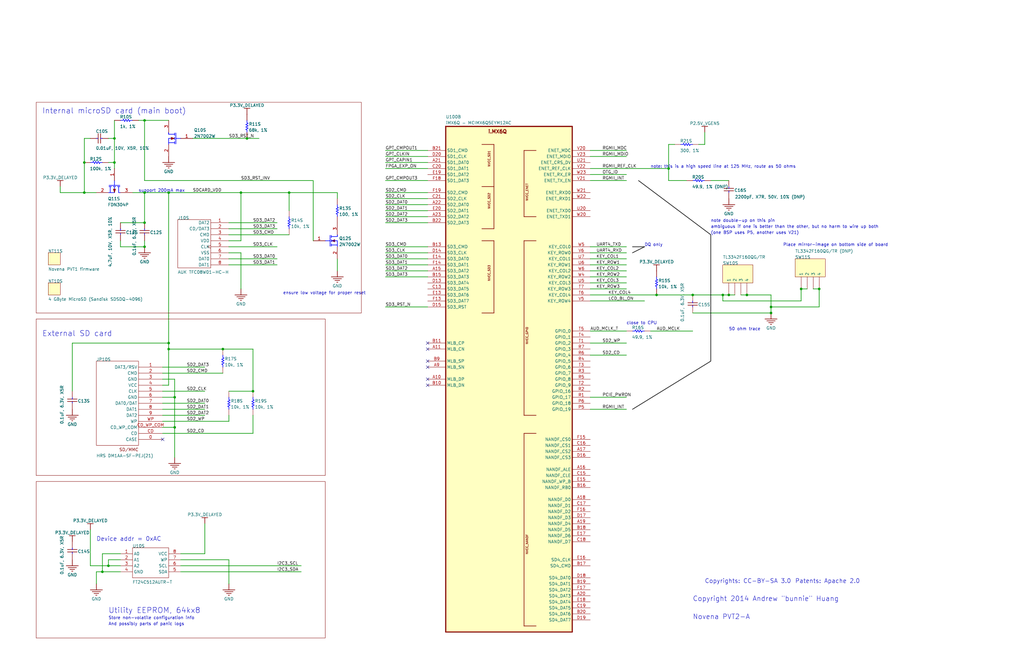
<source format=kicad_sch>
(kicad_sch (version 20230121) (generator eeschema)
  (paper "B")
  (junction (at 121.92 81.28))
  (junction (at 337.82 121.92))
  (junction (at 304.8 124.46))
  (junction (at 292.1 124.46))
  (junction (at 71.12 147.32))
  (junction (at 60.96 93.98))
  (junction (at 48.26 58.42))
  (junction (at 73.66 167.64))
  (junction (at 307.34 124.46))
  (junction (at 45.72 238.76))
  (junction (at 345.44 121.92))
  (junction (at 48.26 68.58))
  (junction (at 276.86 124.46))
  (junction (at 43.18 241.3))
  (junction (at 314.96 124.46))
  (junction (at 60.96 50.8))
  (junction (at 325.12 129.54))
  (junction (at 101.6 81.28))
  (junction (at 73.66 180.34))
  (junction (at 93.98 147.32))
  (junction (at 281.94 71.12))
  (junction (at 60.96 81.28))
  (junction (at 71.12 144.78))
  (junction (at 35.56 68.58))
  (junction (at 325.12 132.08))
  (junction (at 106.68 165.1))
  (junction (at 60.96 104.14))
  (junction (at 104.14 58.42))
  (junction (at 35.56 81.28))
  (junction (at 71.12 81.28))
  (no_connect (at 180.34 160.02))
  (no_connect (at 180.34 144.78))
  (no_connect (at 180.34 162.56))
  (no_connect (at 180.34 154.94))
  (no_connect (at 180.34 147.32))
  (no_connect (at 68.58 185.42))
  (no_connect (at 180.34 152.4))
  (wire (pts (xy 121.92 88.9) (xy 121.92 81.28)) (stroke (width 0.254)))
  (wire (pts (xy 180.34 88.9) (xy 162.56 88.9)) (stroke (width 0.254)))
  (wire (pts (xy 68.58 170.18) (xy 86.36 170.18)) (stroke (width 0.254)))
  (wire (pts (xy 180.34 81.28) (xy 162.56 81.28)) (stroke (width 0.254)))
  (wire (pts (xy 50.8 238.76) (xy 45.72 238.76)) (stroke (width 0.254)))
  (wire (pts (xy 248.92 106.68) (xy 264.16 106.68)) (stroke (width 0.254)))
  (wire (pts (xy 73.66 180.34) (xy 73.66 193.04)) (stroke (width 0.254)))
  (wire (pts (xy 68.58 177.8) (xy 96.52 177.8)) (stroke (width 0.254)))
  (wire (pts (xy 96.52 177.8) (xy 96.52 175.26)) (stroke (width 0.254)))
  (wire (pts (xy 106.68 182.88) (xy 106.68 175.26)) (stroke (width 0.254)))
  (wire (pts (xy 180.34 106.68) (xy 162.56 106.68)) (stroke (width 0.254)))
  (wire (pts (xy 71.12 147.32) (xy 93.98 147.32)) (stroke (width 0.254)))
  (wire (pts (xy 71.12 162.56) (xy 71.12 147.32)) (stroke (width 0.254)))
  (wire (pts (xy 180.34 109.22) (xy 162.56 109.22)) (stroke (width 0.254)))
  (wire (pts (xy 180.34 129.54) (xy 162.56 129.54)) (stroke (width 0.254)))
  (wire (pts (xy 248.92 116.84) (xy 264.16 116.84)) (stroke (width 0.254)))
  (wire (pts (xy 248.92 127) (xy 271.78 127)) (stroke (width 0.254)))
  (wire (pts (xy 30.48 144.78) (xy 71.12 144.78)) (stroke (width 0.254)))
  (wire (pts (xy 180.34 86.36) (xy 162.56 86.36)) (stroke (width 0.254)))
  (wire (pts (xy 142.24 81.28) (xy 121.92 81.28)) (stroke (width 0.254)))
  (wire (pts (xy 297.18 55.88) (xy 297.18 60.96)) (stroke (width 0.254)))
  (wire (pts (xy 96.52 106.68) (xy 101.6 106.68)) (stroke (width 0.254)))
  (wire (pts (xy 35.56 58.42) (xy 38.1 58.42)) (stroke (width 0.254)))
  (wire (pts (xy 101.6 101.6) (xy 101.6 81.28)) (stroke (width 0.254)))
  (wire (pts (xy 101.6 81.28) (xy 71.12 81.28)) (stroke (width 0.254)))
  (wire (pts (xy 325.12 132.08) (xy 292.1 132.08)) (stroke (width 0.254)))
  (wire (pts (xy 299.72 76.2) (xy 307.34 76.2)) (stroke (width 0.254)))
  (wire (pts (xy 93.98 157.48) (xy 68.58 157.48)) (stroke (width 0.254)))
  (wire (pts (xy 276.86 124.46) (xy 248.92 124.46)) (stroke (width 0.254)))
  (wire (pts (xy 86.36 233.68) (xy 86.36 220.98)) (stroke (width 0.254)))
  (wire (pts (xy 81.28 58.42) (xy 104.14 58.42)) (stroke (width 0.254)))
  (wire (pts (xy 142.24 83.82) (xy 142.24 81.28)) (stroke (width 0.254)))
  (wire (pts (xy 25.4 81.28) (xy 25.4 78.74)) (stroke (width 0.254)))
  (wire (pts (xy 180.34 111.76) (xy 162.56 111.76)) (stroke (width 0.254)))
  (wire (pts (xy 76.2 233.68) (xy 86.36 233.68)) (stroke (width 0.254)))
  (wire (pts (xy 180.34 116.84) (xy 162.56 116.84)) (stroke (width 0.254)))
  (wire (pts (xy 60.96 50.8) (xy 71.12 50.8)) (stroke (width 0.254)))
  (wire (pts (xy 60.96 81.28) (xy 60.96 93.98)) (stroke (width 0.254)))
  (wire (pts (xy 96.52 109.22) (xy 116.84 109.22)) (stroke (width 0.254)))
  (wire (pts (xy 180.34 114.3) (xy 162.56 114.3)) (stroke (width 0.254)))
  (wire (pts (xy 60.96 104.14) (xy 60.96 101.6)) (stroke (width 0.254)))
  (wire (pts (xy 304.8 124.46) (xy 292.1 124.46)) (stroke (width 0.254)))
  (wire (pts (xy 180.34 91.44) (xy 162.56 91.44)) (stroke (width 0.254)))
  (wire (pts (xy 96.52 96.52) (xy 116.84 96.52)) (stroke (width 0.254)))
  (wire (pts (xy 281.94 76.2) (xy 289.56 76.2)) (stroke (width 0.254)))
  (wire (pts (xy 345.44 121.92) (xy 345.44 129.54)) (stroke (width 0.254)))
  (wire (pts (xy 35.56 68.58) (xy 35.56 81.28)) (stroke (width 0.254)))
  (wire (pts (xy 50.8 101.6) (xy 50.8 104.14)) (stroke (width 0.254)))
  (wire (pts (xy 60.96 50.8) (xy 60.96 76.2)) (stroke (width 0.254)))
  (wire (pts (xy 40.64 81.28) (xy 35.56 81.28)) (stroke (width 0.254)))
  (wire (pts (xy 162.56 76.2) (xy 180.34 76.2)) (stroke (width 0.254)))
  (wire (pts (xy 48.26 68.58) (xy 45.72 68.58)) (stroke (width 0.254)))
  (wire (pts (xy 248.92 114.3) (xy 264.16 114.3)) (stroke (width 0.254)))
  (wire (pts (xy 58.42 50.8) (xy 60.96 50.8)) (stroke (width 0.254)))
  (wire (pts (xy 304.8 124.46) (xy 304.8 127)) (stroke (width 0.254)))
  (wire (pts (xy 96.52 101.6) (xy 101.6 101.6)) (stroke (width 0.254)))
  (wire (pts (xy 248.92 149.86) (xy 264.16 149.86)) (stroke (width 0.254)))
  (wire (pts (xy 121.92 99.06) (xy 96.52 99.06)) (stroke (width 0.254)))
  (wire (pts (xy 325.12 124.46) (xy 314.96 124.46)) (stroke (width 0.254)))
  (wire (pts (xy 248.92 66.04) (xy 264.16 66.04)) (stroke (width 0.254)))
  (wire (pts (xy 73.66 167.64) (xy 73.66 180.34)) (stroke (width 0.254)))
  (wire (pts (xy 297.18 60.96) (xy 294.64 60.96)) (stroke (width 0.254)))
  (wire (pts (xy 45.72 238.76) (xy 38.1 238.76)) (stroke (width 0.254)))
  (wire (pts (xy 248.92 104.14) (xy 264.16 104.14)) (stroke (width 0.254)))
  (wire (pts (xy 93.98 147.32) (xy 106.68 147.32)) (stroke (width 0.254)))
  (wire (pts (xy 314.96 124.46) (xy 312.42 124.46)) (stroke (width 0.254)))
  (wire (pts (xy 76.2 241.3) (xy 127 241.3)) (stroke (width 0.254)))
  (wire (pts (xy 35.56 81.28) (xy 25.4 81.28)) (stroke (width 0.254)))
  (wire (pts (xy 60.96 93.98) (xy 50.8 93.98)) (stroke (width 0.254)))
  (wire (pts (xy 30.48 165.1) (xy 30.48 144.78)) (stroke (width 0.254)))
  (wire (pts (xy 60.96 76.2) (xy 132.08 76.2)) (stroke (width 0.254)))
  (wire (pts (xy 45.72 58.42) (xy 48.26 58.42)) (stroke (width 0.254)))
  (wire (pts (xy 248.92 71.12) (xy 281.94 71.12)) (stroke (width 0.254)))
  (wire (pts (xy 43.18 241.3) (xy 43.18 233.68)) (stroke (width 0.254)))
  (wire (pts (xy 180.34 71.12) (xy 162.56 71.12)) (stroke (width 0.254)))
  (wire (pts (xy 142.24 114.3) (xy 142.24 109.22)) (stroke (width 0.254)))
  (wire (pts (xy 248.92 139.7) (xy 264.16 139.7)) (stroke (width 0.254)))
  (wire (pts (xy 180.34 63.5) (xy 162.56 63.5)) (stroke (width 0.254)))
  (wire (pts (xy 106.68 165.1) (xy 96.52 165.1)) (stroke (width 0.254)))
  (wire (pts (xy 35.56 68.58) (xy 35.56 58.42)) (stroke (width 0.254)))
  (wire (pts (xy 309.88 124.46) (xy 307.34 124.46)) (stroke (width 0.254)))
  (wire (pts (xy 180.34 66.04) (xy 162.56 66.04)) (stroke (width 0.254)))
  (wire (pts (xy 38.1 238.76) (xy 38.1 223.52)) (stroke (width 0.254)))
  (wire (pts (xy 342.9 121.92) (xy 345.44 121.92)) (stroke (width 0.254)))
  (wire (pts (xy 68.58 180.34) (xy 73.66 180.34)) (stroke (width 0.254)))
  (wire (pts (xy 180.34 83.82) (xy 162.56 83.82)) (stroke (width 0.254)))
  (wire (pts (xy 101.6 106.68) (xy 101.6 121.92)) (stroke (width 0.254)))
  (wire (pts (xy 76.2 236.22) (xy 96.52 236.22)) (stroke (width 0.254)))
  (wire (pts (xy 50.8 104.14) (xy 60.96 104.14)) (stroke (width 0.254)))
  (wire (pts (xy 337.82 127) (xy 337.82 121.92)) (stroke (width 0.254)))
  (wire (pts (xy 248.92 111.76) (xy 264.16 111.76)) (stroke (width 0.254)))
  (wire (pts (xy 71.12 144.78) (xy 71.12 81.28)) (stroke (width 0.254)))
  (wire (pts (xy 345.44 129.54) (xy 325.12 129.54)) (stroke (width 0.254)))
  (wire (pts (xy 45.72 236.22) (xy 45.72 238.76)) (stroke (width 0.254)))
  (wire (pts (xy 325.12 129.54) (xy 325.12 124.46)) (stroke (width 0.254)))
  (wire (pts (xy 132.08 76.2) (xy 132.08 101.6)) (stroke (width 0.254)))
  (wire (pts (xy 325.12 132.08) (xy 325.12 129.54)) (stroke (width 0.254)))
  (wire (pts (xy 248.92 121.92) (xy 264.16 121.92)) (stroke (width 0.254)))
  (wire (pts (xy 304.8 127) (xy 337.82 127)) (stroke (width 0.254)))
  (wire (pts (xy 106.68 147.32) (xy 106.68 165.1)) (stroke (width 0.254)))
  (wire (pts (xy 48.26 58.42) (xy 48.26 50.8)) (stroke (width 0.254)))
  (wire (pts (xy 68.58 160.02) (xy 73.66 160.02)) (stroke (width 0.254)))
  (wire (pts (xy 50.8 236.22) (xy 45.72 236.22)) (stroke (width 0.254)))
  (wire (pts (xy 248.92 167.64) (xy 264.16 167.64)) (stroke (width 0.254)))
  (wire (pts (xy 180.34 104.14) (xy 162.56 104.14)) (stroke (width 0.254)))
  (wire (pts (xy 104.14 58.42) (xy 109.22 58.42)) (stroke (width 0.254)))
  (wire (pts (xy 40.64 246.38) (xy 40.64 241.3)) (stroke (width 0.254)))
  (wire (pts (xy 180.34 68.58) (xy 162.56 68.58)) (stroke (width 0.254)))
  (wire (pts (xy 337.82 121.92) (xy 340.36 121.92)) (stroke (width 0.254)))
  (wire (pts (xy 43.18 233.68) (xy 50.8 233.68)) (stroke (width 0.254)))
  (wire (pts (xy 48.26 68.58) (xy 48.26 58.42)) (stroke (width 0.254)))
  (wire (pts (xy 43.18 241.3) (xy 50.8 241.3)) (stroke (width 0.254)))
  (wire (pts (xy 96.52 93.98) (xy 116.84 93.98)) (stroke (width 0.254)))
  (wire (pts (xy 248.92 144.78) (xy 264.16 144.78)) (stroke (width 0.254)))
  (wire (pts (xy 68.58 175.26) (xy 86.36 175.26)) (stroke (width 0.254)))
  (wire (pts (xy 180.34 93.98) (xy 162.56 93.98)) (stroke (width 0.254)))
  (wire (pts (xy 40.64 241.3) (xy 43.18 241.3)) (stroke (width 0.254)))
  (wire (pts (xy 248.92 76.2) (xy 264.16 76.2)) (stroke (width 0.254)))
  (wire (pts (xy 55.88 81.28) (xy 60.96 81.28)) (stroke (width 0.254)))
  (wire (pts (xy 76.2 238.76) (xy 127 238.76)) (stroke (width 0.254)))
  (wire (pts (xy 121.92 81.28) (xy 101.6 81.28)) (stroke (width 0.254)))
  (wire (pts (xy 281.94 71.12) (xy 281.94 60.96)) (stroke (width 0.254)))
  (wire (pts (xy 248.92 109.22) (xy 264.16 109.22)) (stroke (width 0.254)))
  (wire (pts (xy 96.52 111.76) (xy 116.84 111.76)) (stroke (width 0.254)))
  (wire (pts (xy 68.58 165.1) (xy 86.36 165.1)) (stroke (width 0.254)))
  (wire (pts (xy 248.92 172.72) (xy 264.16 172.72)) (stroke (width 0.254)))
  (wire (pts (xy 248.92 73.66) (xy 264.16 73.66)) (stroke (width 0.254)))
  (wire (pts (xy 307.34 124.46) (xy 304.8 124.46)) (stroke (width 0.254)))
  (wire (pts (xy 281.94 60.96) (xy 284.48 60.96)) (stroke (width 0.254)))
  (wire (pts (xy 68.58 162.56) (xy 71.12 162.56)) (stroke (width 0.254)))
  (wire (pts (xy 71.12 147.32) (xy 71.12 144.78)) (stroke (width 0.254)))
  (wire (pts (xy 281.94 71.12) (xy 281.94 76.2)) (stroke (width 0.254)))
  (wire (pts (xy 68.58 172.72) (xy 86.36 172.72)) (stroke (width 0.254)))
  (wire (pts (xy 292.1 124.46) (xy 276.86 124.46)) (stroke (width 0.254)))
  (wire (pts (xy 71.12 81.28) (xy 60.96 81.28)) (stroke (width 0.254)))
  (wire (pts (xy 68.58 182.88) (xy 106.68 182.88)) (stroke (width 0.254)))
  (wire (pts (xy 48.26 71.12) (xy 48.26 68.58)) (stroke (width 0.254)))
  (wire (pts (xy 96.52 104.14) (xy 116.84 104.14)) (stroke (width 0.254)))
  (wire (pts (xy 68.58 154.94) (xy 86.36 154.94)) (stroke (width 0.254)))
  (wire (pts (xy 248.92 63.5) (xy 264.16 63.5)) (stroke (width 0.254)))
  (wire (pts (xy 274.32 139.7) (xy 292.1 139.7)) (stroke (width 0.254)))
  (wire (pts (xy 73.66 167.64) (xy 68.58 167.64)) (stroke (width 0.254)))
  (wire (pts (xy 73.66 160.02) (xy 73.66 167.64)) (stroke (width 0.254)))
  (wire (pts (xy 96.52 236.22) (xy 96.52 246.38)) (stroke (width 0.254)))
  (wire (pts (xy 248.92 119.38) (xy 264.16 119.38)) (stroke (width 0.254)))
  (rectangle (start 137.16 134.62) (end 15.24 200.66) (stroke (width 0) (color 128 0 0 1)))
  (rectangle (start 152.4 43.18) (end 15.24 132.08) (stroke (width 0) (color 128 0 0 1)))
  (polyline (pts (xy 271.78 104.14) (xy 266.7 104.14)) (stroke (width 0.254) (type solid) (color 0 0 0 1)))
  (polyline (pts (xy 269.24 76.2) (xy 299.72 99.06) (xy 299.72 152.4) (xy 266.7 172.72)) (stroke (width 0.254) (type solid) (color 0 0 0 1)))
  (rectangle (start 137.16 203.2) (end 15.24 269.24) (stroke (width 0) (color 128 0 0 1)))
  (polyline (pts (xy 271.78 104.14) (xy 266.7 106.68)) (stroke (width 0.254) (type solid) (color 0 0 0 1)))
  (text "note double-up on this pin" (at 299.72 93.98 0) (effects (font (size 1.27 1.27)) (justify left bottom)))
  (text "support 200mA max" (at 58.42 81.28 0) (effects (font (size 1.27 1.27)) (justify left bottom)))
  (text "Patents: Apache 2.0" (at 335.28 246.38 0) (effects (font (size 1.778 1.778)) (justify left bottom)))
  (text "And possibly parts of panic logs" (at 45.72 264.16 0) (effects (font (size 1.27 1.27)) (justify left bottom)))
  (text "Copyrights: CC-BY-SA 3.0" (at 297.18 246.38 0) (effects (font (size 1.778 1.778)) (justify left bottom)))
  (text "ambiguous if one is better than the other, but no harm to wire up both" (at 299.72 96.52 0) (effects (font (size 1.27 1.27)) (justify left bottom)))
  (text "Copyright 2014 Andrew \"bunnie\" Huang" (at 292.1 254 0) (effects (font (size 2.032 2.032)) (justify left bottom)))
  (text "External SD card" (at 17.78 142.24 0) (effects (font (size 2.286 2.286)) (justify left bottom)))
  (text "(one BSP uses P5, another uses V21)" (at 299.72 99.06 0) (effects (font (size 1.27 1.27)) (justify left bottom)))
  (text "Store non-volatile configuration info" (at 45.72 261.62 0) (effects (font (size 1.27 1.27)) (justify left bottom)))
  (text "close to CPU" (at 264.16 137.16 0) (effects (font (size 1.27 1.27)) (justify left bottom)))
  (text "Novena PVT2-A" (at 292.1 261.62 0) (effects (font (size 2.032 2.032)) (justify left bottom)))
  (text "50 ohm trace" (at 307.34 139.7 0) (effects (font (size 1.27 1.27)) (justify left bottom)))
  (text "Internal microSD card (main boot)" (at 17.78 48.26 0) (effects (font (size 2.286 2.286)) (justify left bottom)))
  (text "ensure low voltage for proper reset" (at 119.38 124.46 0) (effects (font (size 1.27 1.27)) (justify left bottom)))
  (text "Device addr = 0xAC" (at 40.64 228.6 0) (effects (font (size 1.778 1.778)) (justify left bottom)))
  (text "DQ only" (at 271.78 104.14 0) (effects (font (size 1.27 1.27)) (justify left bottom)))
  (text "Place mirror-image on bottom side of board" (at 330.2 104.14 0) (effects (font (size 1.27 1.27)) (justify left bottom)))
  (text "Utility EEPROM, 64kx8" (at 45.72 259.08 0) (effects (font (size 2.286 2.286)) (justify left bottom)))
  (text "note: this is a high speed line at 125 MHz, route as 50 ohms" (at 274.32 71.12 0) (effects (font (size 1.27 1.27)) (justify left bottom)))
  (label "GPT_CAPIN1" (at 162.56 68.58 0))
  (label "LCD_BL_ON" (at 256.54 127 0))
  (label "SD3_DAT0" (at 162.56 109.22 0))
  (label "AUD_MCLK" (at 276.86 139.7 0))
  (label "SD3_RST_N" (at 96.52 58.42 0))
  (label "GPT_CMPOUT1" (at 162.56 63.5 0))
  (label "SD3_DAT3" (at 106.68 96.52 0))
  (label "SD2_CD" (at 78.74 182.88 0))
  (label "SD3_RST_N" (at 162.56 129.54 0))
  (label "KEY_ROW3" (at 251.46 121.92 0))
  (label "OTG_ID" (at 254 73.66 0))
  (label "SD2_DAT1" (at 78.74 172.72 0))
  (label "RGMII_INT" (at 254 172.72 0))
  (label "SD2_DAT1" (at 162.56 88.9 0))
  (label "SD3_DAT1" (at 106.68 111.76 0))
  (label "KEY_COL4" (at 256.54 124.46 0))
  (label "GPT_CLKIN" (at 162.56 66.04 0))
  (label "FPGA_EXP_ON" (at 162.56 71.12 0))
  (label "AUD_MCLK_T" (at 248.92 139.7 0))
  (label "KEY_COL2" (at 251.46 114.3 0))
  (label "KEY_COL3" (at 251.46 119.38 0))
  (label "SD2_CLK" (at 162.56 83.82 0))
  (label "SD2_CMD" (at 162.56 81.28 0))
  (label "SD2_DAT2" (at 162.56 91.44 0))
  (label "SD3_CLK" (at 106.68 104.14 0))
  (label "SD2_DAT2" (at 78.74 175.26 0))
  (label "SD2_CMD" (at 78.74 157.48 0))
  (label "SD3_RST_INV" (at 101.6 76.2 0))
  (label "SD3_CMD" (at 162.56 104.14 0))
  (label "SD3_DAT3" (at 162.56 116.84 0))
  (label "SD2_DAT0" (at 162.56 86.36 0))
  (label "SD2_DAT3" (at 162.56 93.98 0))
  (label "SD2_WP" (at 78.74 177.8 0))
  (label "SDCARD_VDD" (at 81.28 81.28 0))
  (label "SD2_WP" (at 254 144.78 0))
  (label "SD3_DAT0" (at 106.68 109.22 0))
  (label "SD2_DAT3" (at 78.74 154.94 0))
  (label "RGMII_MDC" (at 254 63.5 0))
  (label "I2C3_SCL" (at 116.84 238.76 0))
  (label "RGMII_REF_CLK" (at 254 71.12 0))
  (label "SD2_DAT0" (at 78.74 170.18 0))
  (label "RGMII_INT" (at 254 76.2 0))
  (label "UART4_RXD" (at 251.46 106.68 0))
  (label "KEY_ROW1" (at 251.46 111.76 0))
  (label "GPT_CMPOUT3" (at 162.56 76.2 0))
  (label "UART4_TXD" (at 251.46 104.14 0))
  (label "PCIE_PWRON" (at 254 167.64 0))
  (label "SD3_DAT1" (at 162.56 111.76 0))
  (label "I2C3_SDA" (at 116.84 241.3 0))
  (label "SD3_CMD" (at 106.68 99.06 0))
  (label "KEY_ROW2" (at 251.46 116.84 0))
  (label "SD3_DAT2" (at 106.68 93.98 0))
  (label "SD2_CLK" (at 78.74 165.1 0))
  (label "KEY_COL1" (at 251.46 109.22 0))
  (label "SD2_CD" (at 254 149.86 0))
  (label "RGMII_MDIO" (at 254 66.04 0))
  (label "SD3_DAT2" (at 162.56 114.3 0))
  (label "SD3_CLK" (at 162.56 106.68 0))
  (symbol (lib_id "novena_pvt2_KiCAD-altium-import:GND") (at 30.48 236.22 0) (unit 1)
    (property "Reference" "#PWR?" (effects hide))
    (property "Value" "GND" (at 30.48 242.57 0))
  )
  (symbol (lib_id "novena_pvt2_KiCAD-altium-import:07sdcard_3_Res1") (at 124.46 91.44 0) (unit 1)
    (property "Reference" "R14S" (at 122.682 93.726 0) (effects (justify left bottom)))
    (property "Value" "10k, 1%" (at 122.682 96.266 0) (effects (justify left bottom)))
    (property "Footprint" "RESC1005N" (effects hide))
    (property "PUBLISHED" "8-Jun-2000" (effects hide))
    (property "LATESTREVISIONDATE" "17-Jul-2002" (effects hide))
    (property "LATESTREVISIONNOTE" "Re-released for DXP Platform." (effects hide))
    (property "PACKAGEREFERENCE" "AXIAL-0.3" (effects hide))
    (property "PUBLISHER" "Altium Limited" (effects hide))
    (property "ALTIUM_VALUE" "100k" (effects hide))
  )
  (symbol (lib_id "novena_pvt2_KiCAD-altium-import:07sdcard_3_Cap Semi") (at 33.02 231.14 0) (unit 1)
    (property "Reference" "C14S" (at 32.766 233.426 0) (effects (justify left bottom)))
    (property "Value" "0.1uF, 6.3V, X5R" (at 25.4 226.06 90) (effects (justify right top)))
    (property "Footprint" "CAPC0603N_B" (effects hide))
    (property "PUBLISHED" "8-Jun-2000" (effects hide))
    (property "LATESTREVISIONDATE" "17-Jul-2002" (effects hide))
    (property "LATESTREVISIONNOTE" "Re-released for DXP Platform." (effects hide))
    (property "PACKAGEREFERENCE" "C1206" (effects hide))
    (property "PUBLISHER" "Altium Limited" (effects hide))
  )
  (symbol (lib_id "novena_pvt2_KiCAD-altium-import:07sdcard_3_MOSFET-P") (at 50.8 76.2 0) (unit 1)
    (property "Reference" "Q11S" (at 45.466 84.582 0) (effects (justify left bottom)))
    (property "Value" "FDN304P" (at 45.466 87.122 0) (effects (justify left bottom)))
    (property "Footprint" "SOT23-3N" (effects hide))
    (property "PUBLISHED" "8-Jun-2000" (effects hide))
    (property "LATESTREVISIONDATE" "17-Jul-2002" (effects hide))
    (property "LATESTREVISIONNOTE" "Re-released for DXP Platform." (effects hide))
    (property "PACKAGEVERSION" "1995/1996" (effects hide))
    (property "PACKAGEREFERENCE" "E3" (effects hide))
    (property "PUBLISHER" "Altium Limited" (effects hide))
    (property "PACKAGEDESCRIPTION" "TO, Flat Index; 3 In-Line, Axial Leads; Body Dia. 4.6mm; Lead Dia. 0.5 mm (max)" (effects hide))
  )
  (symbol (lib_id "novena_pvt2_KiCAD-altium-import:07sdcard_3_Res1") (at 99.06 167.64 0) (unit 1)
    (property "Reference" "R18S" (at 97.282 169.926 0) (effects (justify left bottom)))
    (property "Value" "10k, 1%" (at 97.282 172.466 0) (effects (justify left bottom)))
    (property "Footprint" "RESC1005N" (effects hide))
    (property "PUBLISHED" "8-Jun-2000" (effects hide))
    (property "LATESTREVISIONDATE" "17-Jul-2002" (effects hide))
    (property "LATESTREVISIONNOTE" "Re-released for DXP Platform." (effects hide))
    (property "PACKAGEREFERENCE" "AXIAL-0.3" (effects hide))
    (property "PUBLISHER" "Altium Limited" (effects hide))
    (property "ALTIUM_VALUE" "100k" (effects hide))
  )
  (symbol (lib_id "novena_pvt2_KiCAD-altium-import:07sdcard_1_Header 4") (at 335.28 116.84 0) (unit 1)
    (property "Reference" "SW11S" (at 335.28 109.22 0) (effects (justify left bottom)))
    (property "Value" "TL3342F160QG/TR (DNP)" (at 335.28 106.68 0) (effects (justify left bottom)))
    (property "LATESTREVISIONDATE" "17-Jul-2002" (effects hide))
    (property "LATESTREVISIONNOTE" "Re-released for DXP Platform." (effects hide))
    (property "PUBLISHER" "Altium Limited" (effects hide))
  )
  (symbol (lib_id "novena_pvt2_KiCAD-altium-import:GND") (at 30.48 172.72 0) (unit 1)
    (property "Reference" "#PWR?" (effects hide))
    (property "Value" "GND" (at 30.48 179.07 0))
  )
  (symbol (lib_id "novena_pvt2_KiCAD-altium-import:07sdcard_3_Cap Semi") (at 33.02 167.64 0) (unit 1)
    (property "Reference" "C13S" (at 32.766 169.926 0) (effects (justify left bottom)))
    (property "Value" "0.1uF, 6.3V, X5R" (at 25.4 162.56 90) (effects (justify right top)))
    (property "Footprint" "CAPC0603N_B" (effects hide))
    (property "PUBLISHED" "8-Jun-2000" (effects hide))
    (property "LATESTREVISIONDATE" "17-Jul-2002" (effects hide))
    (property "LATESTREVISIONNOTE" "Re-released for DXP Platform." (effects hide))
    (property "PACKAGEREFERENCE" "C1206" (effects hide))
    (property "PUBLISHER" "Altium Limited" (effects hide))
  )
  (symbol (lib_id "novena_pvt2_KiCAD-altium-import:07sdcard_0_PCIMX6Q6VV1A") (at 187.96 53.34 0) (unit 2)
    (property "Reference" "U100" (at 187.96 50.038 0) (effects (justify left bottom)))
    (property "Value" "iMX6Q - MCIMX6Q5EYM12AC" (at 187.96 52.578 0) (effects (justify left bottom)))
    (property "AGILE_PN" "TMP-WF-14526" (effects hide))
    (property "MFG_NAME01" "Freescale Semiconductor" (effects hide))
    (property "MFG_PN01" "PCIMX6Q6VV1A" (effects hide))
    (property "ROHS" "Yes" (effects hide))
    (property "PRE_APN" "344-01218" (effects hide))
    (property "HEIGHT" "2.16MM" (effects hide))
  )
  (symbol (lib_id "novena_pvt2_KiCAD-altium-import:07sdcard_2_Cap Semi") (at 43.18 60.96 0) (unit 1)
    (property "Reference" "C10S" (at 40.386 56.134 0) (effects (justify left bottom)))
    (property "Value" "0.01uF, 10V, X5R, 10%" (at 40.386 63.246 0) (effects (justify left bottom)))
    (property "Footprint" "CAPC0603N_B" (effects hide))
    (property "PUBLISHED" "8-Jun-2000" (effects hide))
    (property "LATESTREVISIONDATE" "17-Jul-2002" (effects hide))
    (property "LATESTREVISIONNOTE" "Re-released for DXP Platform." (effects hide))
    (property "PACKAGEREFERENCE" "C1206" (effects hide))
    (property "PUBLISHER" "Altium Limited" (effects hide))
  )
  (symbol (lib_id "novena_pvt2_KiCAD-altium-import:07sdcard_0_Res1") (at 287.02 58.42 0) (unit 1)
    (property "Reference" "R21S" (at 286.766 60.198 0) (effects (justify left bottom)))
    (property "Value" "300, 1%" (at 286.766 64.262 0) (effects (justify left bottom)))
    (property "PUBLISHED" "8-Jun-2000" (effects hide))
    (property "LATESTREVISIONDATE" "17-Jul-2002" (effects hide))
    (property "LATESTREVISIONNOTE" "Re-released for DXP Platform." (effects hide))
    (property "PACKAGEREFERENCE" "AXIAL-0.3" (effects hide))
    (property "PUBLISHER" "Altium Limited" (effects hide))
    (property "ALTIUM_VALUE" "100k" (effects hide))
  )
  (symbol (lib_id "novena_pvt2_KiCAD-altium-import:07sdcard_0_mirrored_MOSFET-N") (at 76.2 55.88 0) (unit 1)
    (property "Reference" "Q10S" (at 81.788 55.626 0) (effects (justify left bottom)))
    (property "Value" "2N7002W" (at 81.788 58.166 0) (effects (justify left bottom)))
    (property "Footprint" "SOT323-3AN" (effects hide))
    (property "PUBLISHED" "8-Jun-2000" (effects hide))
    (property "LATESTREVISIONDATE" "17-Jul-2002" (effects hide))
    (property "LATESTREVISIONNOTE" "Re-released for DXP Platform." (effects hide))
    (property "PACKAGEVERSION" "1995/1996" (effects hide))
    (property "PACKAGEREFERENCE" "E3" (effects hide))
    (property "PUBLISHER" "Altium Limited" (effects hide))
  )
  (symbol (lib_id "novena_pvt2_KiCAD-altium-import:P3.3V_DELAYED") (at 276.86 114.3 180) (unit 1)
    (property "Reference" "#PWR?" (effects hide))
    (property "Value" "P3.3V_DELAYED" (at 276.86 110.49 0))
  )
  (symbol (lib_id "novena_pvt2_KiCAD-altium-import:07sdcard_3_Res1") (at 106.68 50.8 0) (unit 1)
    (property "Reference" "R11S" (at 104.902 53.086 0) (effects (justify left bottom)))
    (property "Value" "68k, 1%" (at 104.902 55.626 0) (effects (justify left bottom)))
    (property "Footprint" "RESC1005N" (effects hide))
    (property "PUBLISHED" "8-Jun-2000" (effects hide))
    (property "LATESTREVISIONDATE" "17-Jul-2002" (effects hide))
    (property "LATESTREVISIONNOTE" "Re-released for DXP Platform." (effects hide))
    (property "PACKAGEREFERENCE" "AXIAL-0.3" (effects hide))
    (property "PUBLISHER" "Altium Limited" (effects hide))
    (property "ALTIUM_VALUE" "100k" (effects hide))
  )
  (symbol (lib_id "novena_pvt2_KiCAD-altium-import:P3.3V_DELAYED") (at 38.1 223.52 180) (unit 1)
    (property "Reference" "#PWR?" (effects hide))
    (property "Value" "P3.3V_DELAYED" (at 38.1 219.71 0))
  )
  (symbol (lib_id "novena_pvt2_KiCAD-altium-import:GND") (at 73.66 193.04 0) (unit 1)
    (property "Reference" "#PWR?" (effects hide))
    (property "Value" "GND" (at 73.66 199.39 0))
  )
  (symbol (lib_id "novena_pvt2_KiCAD-altium-import:GND") (at 96.52 246.38 0) (unit 1)
    (property "Reference" "#PWR?" (effects hide))
    (property "Value" "GND" (at 96.52 252.73 0))
  )
  (symbol (lib_id "novena_pvt2_KiCAD-altium-import:07sdcard_3_Res1") (at 144.78 86.36 0) (unit 1)
    (property "Reference" "R13S" (at 143.002 88.646 0) (effects (justify left bottom)))
    (property "Value" "100, 1%" (at 143.002 91.186 0) (effects (justify left bottom)))
    (property "Footprint" "RESC1005N" (effects hide))
    (property "PUBLISHED" "8-Jun-2000" (effects hide))
    (property "LATESTREVISIONDATE" "17-Jul-2002" (effects hide))
    (property "LATESTREVISIONNOTE" "Re-released for DXP Platform." (effects hide))
    (property "PACKAGEREFERENCE" "AXIAL-0.3" (effects hide))
    (property "PUBLISHER" "Altium Limited" (effects hide))
    (property "ALTIUM_VALUE" "100k" (effects hide))
  )
  (symbol (lib_id "novena_pvt2_KiCAD-altium-import:07sdcard_0_mirrored_MICRO_SD") (at 88.9 93.98 0) (unit 1)
    (property "Reference" "J10S" (at 74.93 92.71 0) (effects (justify left bottom)))
    (property "Value" "AUK TFC08W01-HC-H" (at 74.93 115.57 0) (effects (justify left bottom)))
    (property "Footprint" "AUK_TFC08W01-HC-H" (effects hide))
  )
  (symbol (lib_id "novena_pvt2_KiCAD-altium-import:07sdcard_2_Res1") (at 55.88 53.34 0) (unit 1)
    (property "Reference" "R10S" (at 50.546 50.038 0) (effects (justify left bottom)))
    (property "Value" "1k, 1%" (at 50.546 54.102 0) (effects (justify left bottom)))
    (property "Footprint" "RESC1005N" (effects hide))
    (property "PUBLISHED" "8-Jun-2000" (effects hide))
    (property "LATESTREVISIONDATE" "17-Jul-2002" (effects hide))
    (property "LATESTREVISIONNOTE" "Re-released for DXP Platform." (effects hide))
    (property "PACKAGEREFERENCE" "AXIAL-0.3" (effects hide))
    (property "PUBLISHER" "Altium Limited" (effects hide))
    (property "ALTIUM_VALUE" "100k" (effects hide))
  )
  (symbol (lib_id "novena_pvt2_KiCAD-altium-import:07sdcard_3_Cap Semi") (at 294.64 127 0) (unit 1)
    (property "Reference" "C15S" (at 294.386 129.286 0) (effects (justify left bottom)))
    (property "Value" "0.1uF, 6.3V, X5R" (at 287.02 119.38 90) (effects (justify right top)))
    (property "PUBLISHED" "8-Jun-2000" (effects hide))
    (property "LATESTREVISIONDATE" "17-Jul-2002" (effects hide))
    (property "LATESTREVISIONNOTE" "Re-released for DXP Platform." (effects hide))
    (property "PACKAGEREFERENCE" "C1206" (effects hide))
    (property "PUBLISHER" "Altium Limited" (effects hide))
  )
  (symbol (lib_id "novena_pvt2_KiCAD-altium-import:07sdcard_0_Res1") (at 292.1 73.66 0) (unit 1)
    (property "Reference" "R20S" (at 291.846 75.438 0) (effects (justify left bottom)))
    (property "Value" "49.9, 1% (DNP)" (at 291.846 79.502 0) (effects (justify left bottom)))
    (property "Footprint" "RESC1005N" (effects hide))
    (property "PUBLISHED" "8-Jun-2000" (effects hide))
    (property "LATESTREVISIONDATE" "17-Jul-2002" (effects hide))
    (property "LATESTREVISIONNOTE" "Re-released for DXP Platform." (effects hide))
    (property "PACKAGEREFERENCE" "AXIAL-0.3" (effects hide))
    (property "PUBLISHER" "Altium Limited" (effects hide))
    (property "ALTIUM_VALUE" "100k" (effects hide))
  )
  (symbol (lib_id "novena_pvt2_KiCAD-altium-import:07sdcard_1_Header 4") (at 304.8 119.38 0) (unit 1)
    (property "Reference" "SW10S" (at 304.8 111.76 0) (effects (justify left bottom)))
    (property "Value" "TL3342F160QG/TR" (at 304.8 109.22 0) (effects (justify left bottom)))
    (property "Footprint" "SWITCH_TS-1187A" (effects hide))
    (property "LATESTREVISIONDATE" "17-Jul-2002" (effects hide))
    (property "LATESTREVISIONNOTE" "Re-released for DXP Platform." (effects hide))
    (property "PUBLISHER" "Altium Limited" (effects hide))
  )
  (symbol (lib_id "novena_pvt2_KiCAD-altium-import:07sdcard_3_Res1") (at 109.22 167.64 0) (unit 1)
    (property "Reference" "R19S" (at 107.442 169.926 0) (effects (justify left bottom)))
    (property "Value" "10k, 1%" (at 107.442 172.466 0) (effects (justify left bottom)))
    (property "Footprint" "RESC1005N" (effects hide))
    (property "PUBLISHED" "8-Jun-2000" (effects hide))
    (property "LATESTREVISIONDATE" "17-Jul-2002" (effects hide))
    (property "LATESTREVISIONNOTE" "Re-released for DXP Platform." (effects hide))
    (property "PACKAGEREFERENCE" "AXIAL-0.3" (effects hide))
    (property "PUBLISHER" "Altium Limited" (effects hide))
    (property "ALTIUM_VALUE" "100k" (effects hide))
  )
  (symbol (lib_id "novena_pvt2_KiCAD-altium-import:GND") (at 307.34 83.82 0) (unit 1)
    (property "Reference" "#PWR?" (effects hide))
    (property "Value" "GND" (at 307.34 90.17 0))
  )
  (symbol (lib_id "novena_pvt2_KiCAD-altium-import:P3.3V_DELAYED") (at 104.14 48.26 180) (unit 1)
    (property "Reference" "#PWR?" (effects hide))
    (property "Value" "P3.3V_DELAYED" (at 104.14 44.45 0))
  )
  (symbol (lib_id "novena_pvt2_KiCAD-altium-import:GND") (at 325.12 132.08 0) (unit 1)
    (property "Reference" "#PWR?" (effects hide))
    (property "Value" "GND" (at 325.12 138.43 0))
  )
  (symbol (lib_id "novena_pvt2_KiCAD-altium-import:07sdcard_2_Res1") (at 271.78 142.24 0) (unit 1)
    (property "Reference" "R16S" (at 266.446 138.938 0) (effects (justify left bottom)))
    (property "Value" "49.9, 1%" (at 266.446 143.002 0) (effects (justify left bottom)))
    (property "PUBLISHED" "8-Jun-2000" (effects hide))
    (property "LATESTREVISIONDATE" "17-Jul-2002" (effects hide))
    (property "LATESTREVISIONNOTE" "Re-released for DXP Platform." (effects hide))
    (property "PACKAGEREFERENCE" "AXIAL-0.3" (effects hide))
    (property "PUBLISHER" "Altium Limited" (effects hide))
    (property "ALTIUM_VALUE" "100k" (effects hide))
  )
  (symbol (lib_id "novena_pvt2_KiCAD-altium-import:07sdcard_0_NOTE") (at 20.32 124.46 0) (unit 1)
    (property "Reference" "NT10S" (at 20.32 119.38 0) (effects (justify left bottom)))
    (property "Value" "4 GByte MicroSD (Sandisk SDSDQ-4096)" (at 20.32 127 0) (effects (justify left bottom)))
  )
  (symbol (lib_id "novena_pvt2_KiCAD-altium-import:07sdcard_3_Cap Semi") (at 53.34 96.52 0) (unit 1)
    (property "Reference" "C11S" (at 53.086 98.806 0) (effects (justify left bottom)))
    (property "Value" "4.7uF, 10V, X5R, 10%" (at 45.72 91.44 90) (effects (justify right top)))
    (property "Footprint" "CAPC1608N" (effects hide))
    (property "PUBLISHED" "8-Jun-2000" (effects hide))
    (property "LATESTREVISIONDATE" "17-Jul-2002" (effects hide))
    (property "LATESTREVISIONNOTE" "Re-released for DXP Platform." (effects hide))
    (property "PACKAGEREFERENCE" "C1206" (effects hide))
    (property "PUBLISHER" "Altium Limited" (effects hide))
  )
  (symbol (lib_id "novena_pvt2_KiCAD-altium-import:07sdcard_0_NOTE") (at 20.32 111.76 0) (unit 1)
    (property "Reference" "NT11S" (at 20.32 106.68 0) (effects (justify left bottom)))
    (property "Value" "Novena PVT1 firmware" (at 20.32 114.3 0) (effects (justify left bottom)))
  )
  (symbol (lib_id "novena_pvt2_KiCAD-altium-import:07sdcard_1_Cap Semi") (at 304.8 81.28 0) (unit 1)
    (property "Reference" "C16S" (at 309.626 81.026 0) (effects (justify left bottom)))
    (property "Value" "2200pF, X7R, 50V, 10% (DNP)" (at 309.88 83.82 0) (effects (justify left bottom)))
    (property "Footprint" "CAPC1005N" (effects hide))
    (property "PUBLISHED" "8-Jun-2000" (effects hide))
    (property "LATESTREVISIONDATE" "17-Jul-2002" (effects hide))
    (property "LATESTREVISIONNOTE" "Re-released for DXP Platform." (effects hide))
    (property "PACKAGEREFERENCE" "C1206" (effects hide))
    (property "PUBLISHER" "Altium Limited" (effects hide))
  )
  (symbol (lib_id "novena_pvt2_KiCAD-altium-import:GND") (at 142.24 114.3 0) (unit 1)
    (property "Reference" "#PWR?" (effects hide))
    (property "Value" "GND" (at 142.24 120.65 0))
  )
  (symbol (lib_id "novena_pvt2_KiCAD-altium-import:P2.5V_VGEN5") (at 297.18 55.88 180) (unit 1)
    (property "Reference" "#PWR?" (effects hide))
    (property "Value" "P2.5V_VGEN5" (at 297.18 52.07 0))
  )
  (symbol (lib_id "novena_pvt2_KiCAD-altium-import:GND") (at 71.12 66.04 0) (unit 1)
    (property "Reference" "#PWR?" (effects hide))
    (property "Value" "GND" (at 71.12 72.39 0))
  )
  (symbol (lib_id "novena_pvt2_KiCAD-altium-import:07sdcard_3_Res1") (at 279.4 116.84 0) (unit 1)
    (property "Reference" "R15S" (at 277.622 119.126 0) (effects (justify left bottom)))
    (property "Value" "10k, 1%" (at 277.622 121.666 0) (effects (justify left bottom)))
    (property "PUBLISHED" "8-Jun-2000" (effects hide))
    (property "LATESTREVISIONDATE" "17-Jul-2002" (effects hide))
    (property "LATESTREVISIONNOTE" "Re-released for DXP Platform." (effects hide))
    (property "PACKAGEREFERENCE" "AXIAL-0.3" (effects hide))
    (property "PUBLISHER" "Altium Limited" (effects hide))
    (property "ALTIUM_VALUE" "100k" (effects hide))
  )
  (symbol (lib_id "novena_pvt2_KiCAD-altium-import:07sdcard_2_Res1") (at 43.18 71.12 0) (unit 1)
    (property "Reference" "R12S" (at 37.846 67.818 0) (effects (justify left bottom)))
    (property "Value" "100k, 1%" (at 37.846 71.882 0) (effects (justify left bottom)))
    (property "Footprint" "RESC1005N" (effects hide))
    (property "PUBLISHED" "8-Jun-2000" (effects hide))
    (property "LATESTREVISIONDATE" "17-Jul-2002" (effects hide))
    (property "LATESTREVISIONNOTE" "Re-released for DXP Platform." (effects hide))
    (property "PACKAGEREFERENCE" "AXIAL-0.3" (effects hide))
    (property "PUBLISHER" "Altium Limited" (effects hide))
    (property "ALTIUM_VALUE" "100k" (effects hide))
  )
  (symbol (lib_id "novena_pvt2_KiCAD-altium-import:GND") (at 101.6 121.92 0) (unit 1)
    (property "Reference" "#PWR?" (effects hide))
    (property "Value" "GND" (at 101.6 128.27 0))
  )
  (symbol (lib_id "novena_pvt2_KiCAD-altium-import:07sdcard_0_MOSFET-N") (at 137.16 99.06 0) (unit 1)
    (property "Reference" "Q12S" (at 143.002 101.346 0) (effects (justify left bottom)))
    (property "Value" "2N7002W" (at 143.002 103.886 0) (effects (justify left bottom)))
    (property "Footprint" "SOT323-3AN" (effects hide))
    (property "PUBLISHED" "8-Jun-2000" (effects hide))
    (property "LATESTREVISIONDATE" "17-Jul-2002" (effects hide))
    (property "LATESTREVISIONNOTE" "Re-released for DXP Platform." (effects hide))
    (property "PACKAGEVERSION" "1995/1996" (effects hide))
    (property "PACKAGEREFERENCE" "E3" (effects hide))
    (property "PUBLISHER" "Altium Limited" (effects hide))
  )
  (symbol (lib_id "novena_pvt2_KiCAD-altium-import:P3.3V_DELAYED") (at 86.36 220.98 180) (unit 1)
    (property "Reference" "#PWR?" (effects hide))
    (property "Value" "P3.3V_DELAYED" (at 86.36 217.17 0))
  )
  (symbol (lib_id "novena_pvt2_KiCAD-altium-import:P3.3V_DELAYED") (at 30.48 228.6 180) (unit 1)
    (property "Reference" "#PWR?" (effects hide))
    (property "Value" "P3.3V_DELAYED" (at 30.48 224.79 0))
  )
  (symbol (lib_id "novena_pvt2_KiCAD-altium-import:GND") (at 60.96 104.14 0) (unit 1)
    (property "Reference" "#PWR?" (effects hide))
    (property "Value" "GND" (at 60.96 110.49 0))
  )
  (symbol (lib_id "novena_pvt2_KiCAD-altium-import:07sdcard_3_Res1") (at 96.52 149.86 0) (unit 1)
    (property "Reference" "R17S" (at 94.742 152.146 0) (effects (justify left bottom)))
    (property "Value" "10k, 1%" (at 94.742 154.686 0) (effects (justify left bottom)))
    (property "Footprint" "RESC1005N" (effects hide))
    (property "PUBLISHED" "8-Jun-2000" (effects hide))
    (property "LATESTREVISIONDATE" "17-Jul-2002" (effects hide))
    (property "LATESTREVISIONNOTE" "Re-released for DXP Platform." (effects hide))
    (property "PACKAGEREFERENCE" "AXIAL-0.3" (effects hide))
    (property "PUBLISHER" "Altium Limited" (effects hide))
    (property "ALTIUM_VALUE" "100k" (effects hide))
  )
  (symbol (lib_id "novena_pvt2_KiCAD-altium-import:07sdcard_0_mirrored_HRS_DM1AA_SF_PEJ(21)") (at 58.42 154.94 0) (unit 1)
    (property "Reference" "JP10S" (at 40.64 152.4 0) (effects (justify left bottom)))
    (property "Value" "HRS DM1AA-SF-PEJ(21)" (at 40.64 193.04 0) (effects (justify left bottom)))
    (property "Footprint" "HRS_DM1AA_SF_PEJ(21)" (effects hide))
  )
  (symbol (lib_id "novena_pvt2_KiCAD-altium-import:07sdcard_0_AT24C08") (at 55.88 233.68 0) (unit 1)
    (property "Reference" "U10S" (at 55.88 231.14 0) (effects (justify left bottom)))
    (property "Value" "FT24C512AUTR-T" (at 55.88 246.38 0) (effects (justify left bottom)))
    (property "Footprint" "TSOP65P640-8AN" (effects hide))
  )
  (symbol (lib_id "novena_pvt2_KiCAD-altium-import:P3.3V_DELAYED") (at 25.4 78.74 180) (unit 1)
    (property "Reference" "#PWR?" (effects hide))
    (property "Value" "P3.3V_DELAYED" (at 25.4 74.93 0))
  )
  (symbol (lib_id "novena_pvt2_KiCAD-altium-import:07sdcard_3_Cap Semi") (at 63.5 96.52 0) (unit 1)
    (property "Reference" "C12S" (at 63.246 98.806 0) (effects (justify left bottom)))
    (property "Value" "0.1uF, 6.3V, X5R" (at 55.88 91.44 90) (effects (justify right top)))
    (property "Footprint" "CAPC0603N_B" (effects hide))
    (property "PUBLISHED" "8-Jun-2000" (effects hide))
    (property "LATESTREVISIONDATE" "17-Jul-2002" (effects hide))
    (property "LATESTREVISIONNOTE" "Re-released for DXP Platform." (effects hide))
    (property "PACKAGEREFERENCE" "C1206" (effects hide))
    (property "PUBLISHER" "Altium Limited" (effects hide))
  )
  (symbol (lib_id "novena_pvt2_KiCAD-altium-import:GND") (at 40.64 246.38 0) (unit 1)
    (property "Reference" "#PWR?" (effects hide))
    (property "Value" "GND" (at 40.64 252.73 0))
  )
)
</source>
